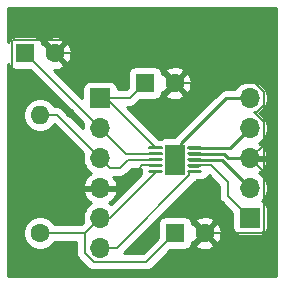
<source format=gbr>
%TF.GenerationSoftware,KiCad,Pcbnew,(5.1.10)-1*%
%TF.CreationDate,2021-09-09T15:03:09-05:00*%
%TF.ProjectId,BoostRegulatorBreakoutPCB,426f6f73-7452-4656-9775-6c61746f7242,00*%
%TF.SameCoordinates,Original*%
%TF.FileFunction,Copper,L1,Top*%
%TF.FilePolarity,Positive*%
%FSLAX46Y46*%
G04 Gerber Fmt 4.6, Leading zero omitted, Abs format (unit mm)*
G04 Created by KiCad (PCBNEW (5.1.10)-1) date 2021-09-09 15:03:09*
%MOMM*%
%LPD*%
G01*
G04 APERTURE LIST*
%TA.AperFunction,SMDPad,CuDef*%
%ADD10R,1.700000X2.500000*%
%TD*%
%TA.AperFunction,ComponentPad*%
%ADD11O,1.600000X1.600000*%
%TD*%
%TA.AperFunction,ComponentPad*%
%ADD12C,1.600000*%
%TD*%
%TA.AperFunction,ComponentPad*%
%ADD13R,1.600000X1.600000*%
%TD*%
%TA.AperFunction,ComponentPad*%
%ADD14O,1.700000X1.700000*%
%TD*%
%TA.AperFunction,ComponentPad*%
%ADD15R,1.700000X1.700000*%
%TD*%
%TA.AperFunction,ViaPad*%
%ADD16C,0.800000*%
%TD*%
%TA.AperFunction,Conductor*%
%ADD17C,0.200000*%
%TD*%
%TA.AperFunction,Conductor*%
%ADD18C,0.250000*%
%TD*%
%TA.AperFunction,Conductor*%
%ADD19C,0.254000*%
%TD*%
%TA.AperFunction,Conductor*%
%ADD20C,0.100000*%
%TD*%
G04 APERTURE END LIST*
D10*
%TO.P,U1,11*%
%TO.N,Net-(J2-Pad5)*%
X144780000Y-119507000D03*
%TO.P,U1,10*%
%TO.N,Net-(J2-Pad4)*%
%TA.AperFunction,SMDPad,CuDef*%
G36*
G01*
X145830000Y-118569500D02*
X145830000Y-118444500D01*
G75*
G02*
X145892500Y-118382000I62500J0D01*
G01*
X146967500Y-118382000D01*
G75*
G02*
X147030000Y-118444500I0J-62500D01*
G01*
X147030000Y-118569500D01*
G75*
G02*
X146967500Y-118632000I-62500J0D01*
G01*
X145892500Y-118632000D01*
G75*
G02*
X145830000Y-118569500I0J62500D01*
G01*
G37*
%TD.AperFunction*%
%TO.P,U1,9*%
%TO.N,GND*%
%TA.AperFunction,SMDPad,CuDef*%
G36*
G01*
X145830000Y-119069500D02*
X145830000Y-118944500D01*
G75*
G02*
X145892500Y-118882000I62500J0D01*
G01*
X146967500Y-118882000D01*
G75*
G02*
X147030000Y-118944500I0J-62500D01*
G01*
X147030000Y-119069500D01*
G75*
G02*
X146967500Y-119132000I-62500J0D01*
G01*
X145892500Y-119132000D01*
G75*
G02*
X145830000Y-119069500I0J62500D01*
G01*
G37*
%TD.AperFunction*%
%TO.P,U1,8*%
%TO.N,Net-(J2-Pad2)*%
%TA.AperFunction,SMDPad,CuDef*%
G36*
G01*
X145830000Y-119569500D02*
X145830000Y-119444500D01*
G75*
G02*
X145892500Y-119382000I62500J0D01*
G01*
X146967500Y-119382000D01*
G75*
G02*
X147030000Y-119444500I0J-62500D01*
G01*
X147030000Y-119569500D01*
G75*
G02*
X146967500Y-119632000I-62500J0D01*
G01*
X145892500Y-119632000D01*
G75*
G02*
X145830000Y-119569500I0J62500D01*
G01*
G37*
%TD.AperFunction*%
%TO.P,U1,7*%
%TO.N,Net-(J2-Pad1)*%
%TA.AperFunction,SMDPad,CuDef*%
G36*
G01*
X145830000Y-120069500D02*
X145830000Y-119944500D01*
G75*
G02*
X145892500Y-119882000I62500J0D01*
G01*
X146967500Y-119882000D01*
G75*
G02*
X147030000Y-119944500I0J-62500D01*
G01*
X147030000Y-120069500D01*
G75*
G02*
X146967500Y-120132000I-62500J0D01*
G01*
X145892500Y-120132000D01*
G75*
G02*
X145830000Y-120069500I0J62500D01*
G01*
G37*
%TD.AperFunction*%
%TO.P,U1,6*%
%TO.N,Net-(J1-Pad6)*%
%TA.AperFunction,SMDPad,CuDef*%
G36*
G01*
X145830000Y-120569500D02*
X145830000Y-120444500D01*
G75*
G02*
X145892500Y-120382000I62500J0D01*
G01*
X146967500Y-120382000D01*
G75*
G02*
X147030000Y-120444500I0J-62500D01*
G01*
X147030000Y-120569500D01*
G75*
G02*
X146967500Y-120632000I-62500J0D01*
G01*
X145892500Y-120632000D01*
G75*
G02*
X145830000Y-120569500I0J62500D01*
G01*
G37*
%TD.AperFunction*%
%TO.P,U1,5*%
%TO.N,Net-(C1-Pad1)*%
%TA.AperFunction,SMDPad,CuDef*%
G36*
G01*
X142530000Y-120569500D02*
X142530000Y-120444500D01*
G75*
G02*
X142592500Y-120382000I62500J0D01*
G01*
X143667500Y-120382000D01*
G75*
G02*
X143730000Y-120444500I0J-62500D01*
G01*
X143730000Y-120569500D01*
G75*
G02*
X143667500Y-120632000I-62500J0D01*
G01*
X142592500Y-120632000D01*
G75*
G02*
X142530000Y-120569500I0J62500D01*
G01*
G37*
%TD.AperFunction*%
%TO.P,U1,4*%
%TO.N,GND*%
%TA.AperFunction,SMDPad,CuDef*%
G36*
G01*
X142530000Y-120069500D02*
X142530000Y-119944500D01*
G75*
G02*
X142592500Y-119882000I62500J0D01*
G01*
X143667500Y-119882000D01*
G75*
G02*
X143730000Y-119944500I0J-62500D01*
G01*
X143730000Y-120069500D01*
G75*
G02*
X143667500Y-120132000I-62500J0D01*
G01*
X142592500Y-120132000D01*
G75*
G02*
X142530000Y-120069500I0J62500D01*
G01*
G37*
%TD.AperFunction*%
%TO.P,U1,3*%
%TO.N,Net-(J1-Pad3)*%
%TA.AperFunction,SMDPad,CuDef*%
G36*
G01*
X142530000Y-119569500D02*
X142530000Y-119444500D01*
G75*
G02*
X142592500Y-119382000I62500J0D01*
G01*
X143667500Y-119382000D01*
G75*
G02*
X143730000Y-119444500I0J-62500D01*
G01*
X143730000Y-119569500D01*
G75*
G02*
X143667500Y-119632000I-62500J0D01*
G01*
X142592500Y-119632000D01*
G75*
G02*
X142530000Y-119569500I0J62500D01*
G01*
G37*
%TD.AperFunction*%
%TO.P,U1,2*%
%TO.N,Net-(C3-Pad1)*%
%TA.AperFunction,SMDPad,CuDef*%
G36*
G01*
X142530000Y-119069500D02*
X142530000Y-118944500D01*
G75*
G02*
X142592500Y-118882000I62500J0D01*
G01*
X143667500Y-118882000D01*
G75*
G02*
X143730000Y-118944500I0J-62500D01*
G01*
X143730000Y-119069500D01*
G75*
G02*
X143667500Y-119132000I-62500J0D01*
G01*
X142592500Y-119132000D01*
G75*
G02*
X142530000Y-119069500I0J62500D01*
G01*
G37*
%TD.AperFunction*%
%TO.P,U1,1*%
%TO.N,Net-(C2-Pad1)*%
%TA.AperFunction,SMDPad,CuDef*%
G36*
G01*
X142530000Y-118569500D02*
X142530000Y-118444500D01*
G75*
G02*
X142592500Y-118382000I62500J0D01*
G01*
X143667500Y-118382000D01*
G75*
G02*
X143730000Y-118444500I0J-62500D01*
G01*
X143730000Y-118569500D01*
G75*
G02*
X143667500Y-118632000I-62500J0D01*
G01*
X142592500Y-118632000D01*
G75*
G02*
X142530000Y-118569500I0J62500D01*
G01*
G37*
%TD.AperFunction*%
%TD*%
D11*
%TO.P,L1,2*%
%TO.N,Net-(J1-Pad3)*%
X133350000Y-115730000D03*
D12*
%TO.P,L1,1*%
%TO.N,Net-(C1-Pad1)*%
X133350000Y-125730000D03*
%TD*%
%TO.P,C3,2*%
%TO.N,GND*%
X134580000Y-110490000D03*
D13*
%TO.P,C3,1*%
%TO.N,Net-(C3-Pad1)*%
X132080000Y-110490000D03*
%TD*%
D12*
%TO.P,C2,2*%
%TO.N,GND*%
X144740000Y-113030000D03*
D13*
%TO.P,C2,1*%
%TO.N,Net-(C2-Pad1)*%
X142240000Y-113030000D03*
%TD*%
D12*
%TO.P,C1,2*%
%TO.N,GND*%
X147280000Y-125730000D03*
D13*
%TO.P,C1,1*%
%TO.N,Net-(C1-Pad1)*%
X144780000Y-125730000D03*
%TD*%
D14*
%TO.P,J1,6*%
%TO.N,Net-(J1-Pad6)*%
X138430000Y-127000000D03*
%TO.P,J1,5*%
%TO.N,Net-(C1-Pad1)*%
X138430000Y-124460000D03*
%TO.P,J1,4*%
%TO.N,GND*%
X138430000Y-121920000D03*
%TO.P,J1,3*%
%TO.N,Net-(J1-Pad3)*%
X138430000Y-119380000D03*
%TO.P,J1,2*%
%TO.N,Net-(C3-Pad1)*%
X138430000Y-116840000D03*
D15*
%TO.P,J1,1*%
%TO.N,Net-(C2-Pad1)*%
X138430000Y-114300000D03*
%TD*%
D14*
%TO.P,J2,5*%
%TO.N,Net-(J2-Pad5)*%
X151130000Y-114300000D03*
%TO.P,J2,4*%
%TO.N,Net-(J2-Pad4)*%
X151130000Y-116840000D03*
%TO.P,J2,3*%
%TO.N,GND*%
X151130000Y-119380000D03*
%TO.P,J2,2*%
%TO.N,Net-(J2-Pad2)*%
X151130000Y-121920000D03*
D15*
%TO.P,J2,1*%
%TO.N,Net-(J2-Pad1)*%
X151130000Y-124460000D03*
%TD*%
D16*
%TO.N,GND*%
X149000000Y-109000000D03*
X144610001Y-109389999D03*
X138510000Y-110490000D03*
X134000000Y-120000000D03*
X132000000Y-128000000D03*
X152000000Y-128000000D03*
X147000000Y-114000000D03*
X152000000Y-109000000D03*
X139000000Y-108000000D03*
X143000000Y-116000000D03*
X147000000Y-122000000D03*
X142000000Y-127000000D03*
X136000000Y-123000000D03*
X141000000Y-121000000D03*
X132000000Y-124000000D03*
X151000000Y-111000000D03*
X135890000Y-115570000D03*
%TD*%
D17*
%TO.N,Net-(J1-Pad6)*%
X145990000Y-120850000D02*
X145990000Y-120530000D01*
X139840000Y-127000000D02*
X145990000Y-120850000D01*
X138430000Y-127000000D02*
X139840000Y-127000000D01*
%TO.N,Net-(J1-Pad3)*%
X140120001Y-120229999D02*
X140820000Y-119530000D01*
X139279999Y-120229999D02*
X140120001Y-120229999D01*
X140820000Y-119530000D02*
X143190000Y-119530000D01*
X138430000Y-119380000D02*
X139279999Y-120229999D01*
X134780000Y-115730000D02*
X138430000Y-119380000D01*
X133350000Y-115730000D02*
X134780000Y-115730000D01*
D18*
%TO.N,Net-(J2-Pad2)*%
X148739980Y-119529980D02*
X145990000Y-119529980D01*
X151130000Y-121920000D02*
X148739980Y-119529980D01*
%TO.N,Net-(J2-Pad1)*%
X146699990Y-120029990D02*
X145990000Y-120029990D01*
D17*
X146430000Y-120007000D02*
X147820000Y-120007000D01*
X147820000Y-120007000D02*
X149225000Y-121412000D01*
X149225000Y-122555000D02*
X151130000Y-124460000D01*
X149225000Y-121412000D02*
X149225000Y-122555000D01*
D18*
%TO.N,Net-(J2-Pad5)*%
X145314999Y-118602999D02*
X144590000Y-119327998D01*
X145314999Y-118109999D02*
X145314999Y-118602999D01*
X144590000Y-119327998D02*
X144590000Y-119530000D01*
X149124998Y-114300000D02*
X145314999Y-118109999D01*
X151130000Y-114300000D02*
X149124998Y-114300000D01*
%TO.N,Net-(J2-Pad4)*%
X149440040Y-118529960D02*
X145990000Y-118529960D01*
X151130000Y-116840000D02*
X149440040Y-118529960D01*
D17*
%TO.N,GND*%
X142729998Y-120030000D02*
X143190000Y-120030000D01*
X138430000Y-121920000D02*
X140839998Y-121920000D01*
D18*
X148947090Y-119029970D02*
X145990000Y-119029970D01*
X149297120Y-119380000D02*
X148947090Y-119029970D01*
X151130000Y-119380000D02*
X149297120Y-119380000D01*
D17*
X142200000Y-110490000D02*
X144740000Y-113030000D01*
X134580000Y-110490000D02*
X138510000Y-110490000D01*
X151442003Y-115450001D02*
X152280001Y-116287999D01*
X151682001Y-115450001D02*
X151442003Y-115450001D01*
X152280001Y-116287999D02*
X152280001Y-118229999D01*
X152280001Y-113747999D02*
X152280001Y-114852001D01*
X152280001Y-114852001D02*
X151682001Y-115450001D01*
X151562002Y-113030000D02*
X152280001Y-113747999D01*
X152280001Y-118229999D02*
X151130000Y-119380000D01*
X144740000Y-113030000D02*
X151562002Y-113030000D01*
X152280001Y-125550001D02*
X152280001Y-120530001D01*
X152280001Y-120530001D02*
X151130000Y-119380000D01*
X137227919Y-121920000D02*
X138430000Y-121920000D01*
X130979999Y-115672080D02*
X137227919Y-121920000D01*
X130979999Y-109449999D02*
X130979999Y-115672080D01*
X131039999Y-109389999D02*
X130979999Y-109449999D01*
X147922001Y-109389999D02*
X144610001Y-109389999D01*
X152280001Y-113747999D02*
X147922001Y-109389999D01*
X152280001Y-125550001D02*
X152280001Y-113747999D01*
X152100002Y-125730000D02*
X152280001Y-125550001D01*
X147280000Y-125730000D02*
X152100002Y-125730000D01*
X144610001Y-109389999D02*
X131039999Y-109389999D01*
X138510000Y-110490000D02*
X142200000Y-110490000D01*
X141605000Y-120396000D02*
X141605000Y-120650000D01*
X143130000Y-120007000D02*
X141994000Y-120007000D01*
X141994000Y-120007000D02*
X141605000Y-120396000D01*
%TO.N,Net-(C1-Pad1)*%
X139260000Y-124460000D02*
X143190000Y-120530000D01*
X138430000Y-124460000D02*
X139260000Y-124460000D01*
X137160000Y-125730000D02*
X138430000Y-124460000D01*
X133350000Y-125730000D02*
X137160000Y-125730000D01*
X137160000Y-127432002D02*
X137160000Y-125730000D01*
X137877999Y-128150001D02*
X137160000Y-127432002D01*
X142359999Y-128150001D02*
X137877999Y-128150001D01*
X144780000Y-125730000D02*
X142359999Y-128150001D01*
%TO.N,Net-(C2-Pad1)*%
X138960000Y-114300000D02*
X143190000Y-118530000D01*
X138430000Y-114300000D02*
X138960000Y-114300000D01*
X140970000Y-114300000D02*
X142240000Y-113030000D01*
X138430000Y-114300000D02*
X140970000Y-114300000D01*
%TO.N,Net-(C3-Pad1)*%
X140620000Y-119030000D02*
X143190000Y-119030000D01*
X138430000Y-116840000D02*
X140620000Y-119030000D01*
X132080000Y-110490000D02*
X138430000Y-116840000D01*
%TD*%
D19*
%TO.N,GND*%
X153340000Y-108032418D02*
X153340001Y-108032428D01*
X153340000Y-129340000D01*
X130660000Y-129340000D01*
X130660000Y-111433642D01*
X130690498Y-111534180D01*
X130749463Y-111644494D01*
X130828815Y-111741185D01*
X130925506Y-111820537D01*
X131035820Y-111879502D01*
X131155518Y-111915812D01*
X131280000Y-111928072D01*
X132478626Y-111928072D01*
X136994656Y-116444103D01*
X136945000Y-116693740D01*
X136945000Y-116855554D01*
X135325259Y-115235813D01*
X135302238Y-115207762D01*
X135190320Y-115115913D01*
X135062633Y-115047663D01*
X134924085Y-115005635D01*
X134816105Y-114995000D01*
X134780000Y-114991444D01*
X134743895Y-114995000D01*
X134584748Y-114995000D01*
X134464637Y-114815241D01*
X134264759Y-114615363D01*
X134029727Y-114458320D01*
X133768574Y-114350147D01*
X133491335Y-114295000D01*
X133208665Y-114295000D01*
X132931426Y-114350147D01*
X132670273Y-114458320D01*
X132435241Y-114615363D01*
X132235363Y-114815241D01*
X132078320Y-115050273D01*
X131970147Y-115311426D01*
X131915000Y-115588665D01*
X131915000Y-115871335D01*
X131970147Y-116148574D01*
X132078320Y-116409727D01*
X132235363Y-116644759D01*
X132435241Y-116844637D01*
X132670273Y-117001680D01*
X132931426Y-117109853D01*
X133208665Y-117165000D01*
X133491335Y-117165000D01*
X133768574Y-117109853D01*
X134029727Y-117001680D01*
X134264759Y-116844637D01*
X134464637Y-116644759D01*
X134541011Y-116530457D01*
X136994656Y-118984103D01*
X136945000Y-119233740D01*
X136945000Y-119526260D01*
X137002068Y-119813158D01*
X137114010Y-120083411D01*
X137276525Y-120326632D01*
X137483368Y-120533475D01*
X137665534Y-120655195D01*
X137548645Y-120724822D01*
X137332412Y-120919731D01*
X137158359Y-121153080D01*
X137033175Y-121415901D01*
X136988524Y-121563110D01*
X137109845Y-121793000D01*
X138303000Y-121793000D01*
X138303000Y-121773000D01*
X138557000Y-121773000D01*
X138557000Y-121793000D01*
X139750155Y-121793000D01*
X139871476Y-121563110D01*
X139826825Y-121415901D01*
X139701641Y-121153080D01*
X139561353Y-120964999D01*
X140083896Y-120964999D01*
X140120001Y-120968555D01*
X140156106Y-120964999D01*
X140264086Y-120954364D01*
X140402634Y-120912336D01*
X140530321Y-120844086D01*
X140642239Y-120752237D01*
X140665259Y-120724187D01*
X141124447Y-120265000D01*
X141906247Y-120265000D01*
X141906583Y-120267969D01*
X141912207Y-120285350D01*
X141905389Y-120307825D01*
X141891928Y-120444500D01*
X141891928Y-120569500D01*
X141905389Y-120706175D01*
X141921446Y-120759107D01*
X139375072Y-123305482D01*
X139194466Y-123184805D01*
X139311355Y-123115178D01*
X139527588Y-122920269D01*
X139701641Y-122686920D01*
X139826825Y-122424099D01*
X139871476Y-122276890D01*
X139750155Y-122047000D01*
X138557000Y-122047000D01*
X138557000Y-122067000D01*
X138303000Y-122067000D01*
X138303000Y-122047000D01*
X137109845Y-122047000D01*
X136988524Y-122276890D01*
X137033175Y-122424099D01*
X137158359Y-122686920D01*
X137332412Y-122920269D01*
X137548645Y-123115178D01*
X137665534Y-123184805D01*
X137483368Y-123306525D01*
X137276525Y-123513368D01*
X137114010Y-123756589D01*
X137002068Y-124026842D01*
X136945000Y-124313740D01*
X136945000Y-124606260D01*
X136994656Y-124855897D01*
X136855554Y-124995000D01*
X134584748Y-124995000D01*
X134464637Y-124815241D01*
X134264759Y-124615363D01*
X134029727Y-124458320D01*
X133768574Y-124350147D01*
X133491335Y-124295000D01*
X133208665Y-124295000D01*
X132931426Y-124350147D01*
X132670273Y-124458320D01*
X132435241Y-124615363D01*
X132235363Y-124815241D01*
X132078320Y-125050273D01*
X131970147Y-125311426D01*
X131915000Y-125588665D01*
X131915000Y-125871335D01*
X131970147Y-126148574D01*
X132078320Y-126409727D01*
X132235363Y-126644759D01*
X132435241Y-126844637D01*
X132670273Y-127001680D01*
X132931426Y-127109853D01*
X133208665Y-127165000D01*
X133491335Y-127165000D01*
X133768574Y-127109853D01*
X134029727Y-127001680D01*
X134264759Y-126844637D01*
X134464637Y-126644759D01*
X134584748Y-126465000D01*
X136425001Y-126465000D01*
X136425000Y-127395897D01*
X136421444Y-127432002D01*
X136425000Y-127468106D01*
X136435635Y-127576086D01*
X136477663Y-127714634D01*
X136545913Y-127842321D01*
X136637762Y-127954239D01*
X136665808Y-127977256D01*
X137332745Y-128644194D01*
X137355761Y-128672239D01*
X137467679Y-128764088D01*
X137595366Y-128832338D01*
X137733914Y-128874366D01*
X137877999Y-128888557D01*
X137914104Y-128885001D01*
X142323894Y-128885001D01*
X142359999Y-128888557D01*
X142396104Y-128885001D01*
X142504084Y-128874366D01*
X142642632Y-128832338D01*
X142770319Y-128764088D01*
X142882237Y-128672239D01*
X142905258Y-128644189D01*
X144381375Y-127168072D01*
X145580000Y-127168072D01*
X145704482Y-127155812D01*
X145824180Y-127119502D01*
X145934494Y-127060537D01*
X146031185Y-126981185D01*
X146110537Y-126884494D01*
X146169502Y-126774180D01*
X146185117Y-126722702D01*
X146466903Y-126722702D01*
X146538486Y-126966671D01*
X146793996Y-127087571D01*
X147068184Y-127156300D01*
X147350512Y-127170217D01*
X147630130Y-127128787D01*
X147896292Y-127033603D01*
X148021514Y-126966671D01*
X148093097Y-126722702D01*
X147280000Y-125909605D01*
X146466903Y-126722702D01*
X146185117Y-126722702D01*
X146205812Y-126654482D01*
X146218072Y-126530000D01*
X146218072Y-126522785D01*
X146287298Y-126543097D01*
X147100395Y-125730000D01*
X147459605Y-125730000D01*
X148272702Y-126543097D01*
X148516671Y-126471514D01*
X148637571Y-126216004D01*
X148706300Y-125941816D01*
X148720217Y-125659488D01*
X148678787Y-125379870D01*
X148583603Y-125113708D01*
X148516671Y-124988486D01*
X148272702Y-124916903D01*
X147459605Y-125730000D01*
X147100395Y-125730000D01*
X146287298Y-124916903D01*
X146218072Y-124937215D01*
X146218072Y-124930000D01*
X146205812Y-124805518D01*
X146185118Y-124737298D01*
X146466903Y-124737298D01*
X147280000Y-125550395D01*
X148093097Y-124737298D01*
X148021514Y-124493329D01*
X147766004Y-124372429D01*
X147491816Y-124303700D01*
X147209488Y-124289783D01*
X146929870Y-124331213D01*
X146663708Y-124426397D01*
X146538486Y-124493329D01*
X146466903Y-124737298D01*
X146185118Y-124737298D01*
X146169502Y-124685820D01*
X146110537Y-124575506D01*
X146031185Y-124478815D01*
X145934494Y-124399463D01*
X145824180Y-124340498D01*
X145704482Y-124304188D01*
X145580000Y-124291928D01*
X143980000Y-124291928D01*
X143855518Y-124304188D01*
X143735820Y-124340498D01*
X143625506Y-124399463D01*
X143528815Y-124478815D01*
X143449463Y-124575506D01*
X143390498Y-124685820D01*
X143354188Y-124805518D01*
X143341928Y-124930000D01*
X143341928Y-126128625D01*
X142055553Y-127415001D01*
X140464445Y-127415001D01*
X146484198Y-121395249D01*
X146512237Y-121372238D01*
X146535250Y-121344197D01*
X146535253Y-121344194D01*
X146596084Y-121270072D01*
X146967500Y-121270072D01*
X147104175Y-121256611D01*
X147235597Y-121216744D01*
X147356717Y-121152004D01*
X147462879Y-121064879D01*
X147550004Y-120958717D01*
X147613492Y-120839939D01*
X148490000Y-121716447D01*
X148490001Y-122518885D01*
X148486444Y-122555000D01*
X148500635Y-122699085D01*
X148542664Y-122837633D01*
X148610914Y-122965320D01*
X148702763Y-123077238D01*
X148730808Y-123100254D01*
X149641928Y-124011374D01*
X149641928Y-125310000D01*
X149654188Y-125434482D01*
X149690498Y-125554180D01*
X149749463Y-125664494D01*
X149828815Y-125761185D01*
X149925506Y-125840537D01*
X150035820Y-125899502D01*
X150155518Y-125935812D01*
X150280000Y-125948072D01*
X151980000Y-125948072D01*
X152104482Y-125935812D01*
X152224180Y-125899502D01*
X152334494Y-125840537D01*
X152431185Y-125761185D01*
X152510537Y-125664494D01*
X152569502Y-125554180D01*
X152605812Y-125434482D01*
X152618072Y-125310000D01*
X152618072Y-123610000D01*
X152605812Y-123485518D01*
X152569502Y-123365820D01*
X152510537Y-123255506D01*
X152431185Y-123158815D01*
X152334494Y-123079463D01*
X152224180Y-123020498D01*
X152151620Y-122998487D01*
X152283475Y-122866632D01*
X152445990Y-122623411D01*
X152557932Y-122353158D01*
X152615000Y-122066260D01*
X152615000Y-121773740D01*
X152557932Y-121486842D01*
X152445990Y-121216589D01*
X152283475Y-120973368D01*
X152076632Y-120766525D01*
X151894466Y-120644805D01*
X152011355Y-120575178D01*
X152227588Y-120380269D01*
X152401641Y-120146920D01*
X152526825Y-119884099D01*
X152571476Y-119736890D01*
X152450155Y-119507000D01*
X151257000Y-119507000D01*
X151257000Y-119527000D01*
X151003000Y-119527000D01*
X151003000Y-119507000D01*
X150983000Y-119507000D01*
X150983000Y-119253000D01*
X151003000Y-119253000D01*
X151003000Y-119233000D01*
X151257000Y-119233000D01*
X151257000Y-119253000D01*
X152450155Y-119253000D01*
X152571476Y-119023110D01*
X152526825Y-118875901D01*
X152401641Y-118613080D01*
X152227588Y-118379731D01*
X152011355Y-118184822D01*
X151894466Y-118115195D01*
X152076632Y-117993475D01*
X152283475Y-117786632D01*
X152445990Y-117543411D01*
X152557932Y-117273158D01*
X152615000Y-116986260D01*
X152615000Y-116693740D01*
X152557932Y-116406842D01*
X152445990Y-116136589D01*
X152283475Y-115893368D01*
X152076632Y-115686525D01*
X151902240Y-115570000D01*
X152076632Y-115453475D01*
X152283475Y-115246632D01*
X152445990Y-115003411D01*
X152557932Y-114733158D01*
X152615000Y-114446260D01*
X152615000Y-114153740D01*
X152557932Y-113866842D01*
X152445990Y-113596589D01*
X152283475Y-113353368D01*
X152076632Y-113146525D01*
X151833411Y-112984010D01*
X151563158Y-112872068D01*
X151276260Y-112815000D01*
X150983740Y-112815000D01*
X150696842Y-112872068D01*
X150426589Y-112984010D01*
X150183368Y-113146525D01*
X149976525Y-113353368D01*
X149851822Y-113540000D01*
X149162320Y-113540000D01*
X149124997Y-113536324D01*
X149087674Y-113540000D01*
X149087665Y-113540000D01*
X148976012Y-113550997D01*
X148832751Y-113594454D01*
X148700722Y-113665026D01*
X148584997Y-113759999D01*
X148561199Y-113788997D01*
X144804002Y-117546195D01*
X144774998Y-117569998D01*
X144734843Y-117618928D01*
X143930000Y-117618928D01*
X143805518Y-117631188D01*
X143685820Y-117667498D01*
X143575506Y-117726463D01*
X143554225Y-117743928D01*
X143443375Y-117743928D01*
X140734446Y-115035000D01*
X140933895Y-115035000D01*
X140970000Y-115038556D01*
X141006105Y-115035000D01*
X141114085Y-115024365D01*
X141252633Y-114982337D01*
X141380320Y-114914087D01*
X141492238Y-114822238D01*
X141515258Y-114794188D01*
X141841374Y-114468072D01*
X143040000Y-114468072D01*
X143164482Y-114455812D01*
X143284180Y-114419502D01*
X143394494Y-114360537D01*
X143491185Y-114281185D01*
X143570537Y-114184494D01*
X143629502Y-114074180D01*
X143645117Y-114022702D01*
X143926903Y-114022702D01*
X143998486Y-114266671D01*
X144253996Y-114387571D01*
X144528184Y-114456300D01*
X144810512Y-114470217D01*
X145090130Y-114428787D01*
X145356292Y-114333603D01*
X145481514Y-114266671D01*
X145553097Y-114022702D01*
X144740000Y-113209605D01*
X143926903Y-114022702D01*
X143645117Y-114022702D01*
X143665812Y-113954482D01*
X143678072Y-113830000D01*
X143678072Y-113822785D01*
X143747298Y-113843097D01*
X144560395Y-113030000D01*
X144919605Y-113030000D01*
X145732702Y-113843097D01*
X145976671Y-113771514D01*
X146097571Y-113516004D01*
X146166300Y-113241816D01*
X146180217Y-112959488D01*
X146138787Y-112679870D01*
X146043603Y-112413708D01*
X145976671Y-112288486D01*
X145732702Y-112216903D01*
X144919605Y-113030000D01*
X144560395Y-113030000D01*
X143747298Y-112216903D01*
X143678072Y-112237215D01*
X143678072Y-112230000D01*
X143665812Y-112105518D01*
X143645118Y-112037298D01*
X143926903Y-112037298D01*
X144740000Y-112850395D01*
X145553097Y-112037298D01*
X145481514Y-111793329D01*
X145226004Y-111672429D01*
X144951816Y-111603700D01*
X144669488Y-111589783D01*
X144389870Y-111631213D01*
X144123708Y-111726397D01*
X143998486Y-111793329D01*
X143926903Y-112037298D01*
X143645118Y-112037298D01*
X143629502Y-111985820D01*
X143570537Y-111875506D01*
X143491185Y-111778815D01*
X143394494Y-111699463D01*
X143284180Y-111640498D01*
X143164482Y-111604188D01*
X143040000Y-111591928D01*
X141440000Y-111591928D01*
X141315518Y-111604188D01*
X141195820Y-111640498D01*
X141085506Y-111699463D01*
X140988815Y-111778815D01*
X140909463Y-111875506D01*
X140850498Y-111985820D01*
X140814188Y-112105518D01*
X140801928Y-112230000D01*
X140801928Y-113428626D01*
X140665554Y-113565000D01*
X139918072Y-113565000D01*
X139918072Y-113450000D01*
X139905812Y-113325518D01*
X139869502Y-113205820D01*
X139810537Y-113095506D01*
X139731185Y-112998815D01*
X139634494Y-112919463D01*
X139524180Y-112860498D01*
X139404482Y-112824188D01*
X139280000Y-112811928D01*
X137580000Y-112811928D01*
X137455518Y-112824188D01*
X137335820Y-112860498D01*
X137225506Y-112919463D01*
X137128815Y-112998815D01*
X137049463Y-113095506D01*
X136990498Y-113205820D01*
X136954188Y-113325518D01*
X136941928Y-113450000D01*
X136941928Y-114312481D01*
X134554953Y-111925507D01*
X134650512Y-111930217D01*
X134930130Y-111888787D01*
X135196292Y-111793603D01*
X135321514Y-111726671D01*
X135393097Y-111482702D01*
X134580000Y-110669605D01*
X134565858Y-110683748D01*
X134386253Y-110504143D01*
X134400395Y-110490000D01*
X134759605Y-110490000D01*
X135572702Y-111303097D01*
X135816671Y-111231514D01*
X135937571Y-110976004D01*
X136006300Y-110701816D01*
X136020217Y-110419488D01*
X135978787Y-110139870D01*
X135883603Y-109873708D01*
X135816671Y-109748486D01*
X135572702Y-109676903D01*
X134759605Y-110490000D01*
X134400395Y-110490000D01*
X133587298Y-109676903D01*
X133518072Y-109697215D01*
X133518072Y-109690000D01*
X133505812Y-109565518D01*
X133485118Y-109497298D01*
X133766903Y-109497298D01*
X134580000Y-110310395D01*
X135393097Y-109497298D01*
X135321514Y-109253329D01*
X135066004Y-109132429D01*
X134791816Y-109063700D01*
X134509488Y-109049783D01*
X134229870Y-109091213D01*
X133963708Y-109186397D01*
X133838486Y-109253329D01*
X133766903Y-109497298D01*
X133485118Y-109497298D01*
X133469502Y-109445820D01*
X133410537Y-109335506D01*
X133331185Y-109238815D01*
X133234494Y-109159463D01*
X133124180Y-109100498D01*
X133004482Y-109064188D01*
X132880000Y-109051928D01*
X131280000Y-109051928D01*
X131155518Y-109064188D01*
X131035820Y-109100498D01*
X130925506Y-109159463D01*
X130828815Y-109238815D01*
X130749463Y-109335506D01*
X130690498Y-109445820D01*
X130660000Y-109546358D01*
X130660000Y-106660000D01*
X153340001Y-106660000D01*
X153340000Y-108032418D01*
%TA.AperFunction,Conductor*%
D20*
G36*
X153340000Y-108032418D02*
G01*
X153340001Y-108032428D01*
X153340000Y-129340000D01*
X130660000Y-129340000D01*
X130660000Y-111433642D01*
X130690498Y-111534180D01*
X130749463Y-111644494D01*
X130828815Y-111741185D01*
X130925506Y-111820537D01*
X131035820Y-111879502D01*
X131155518Y-111915812D01*
X131280000Y-111928072D01*
X132478626Y-111928072D01*
X136994656Y-116444103D01*
X136945000Y-116693740D01*
X136945000Y-116855554D01*
X135325259Y-115235813D01*
X135302238Y-115207762D01*
X135190320Y-115115913D01*
X135062633Y-115047663D01*
X134924085Y-115005635D01*
X134816105Y-114995000D01*
X134780000Y-114991444D01*
X134743895Y-114995000D01*
X134584748Y-114995000D01*
X134464637Y-114815241D01*
X134264759Y-114615363D01*
X134029727Y-114458320D01*
X133768574Y-114350147D01*
X133491335Y-114295000D01*
X133208665Y-114295000D01*
X132931426Y-114350147D01*
X132670273Y-114458320D01*
X132435241Y-114615363D01*
X132235363Y-114815241D01*
X132078320Y-115050273D01*
X131970147Y-115311426D01*
X131915000Y-115588665D01*
X131915000Y-115871335D01*
X131970147Y-116148574D01*
X132078320Y-116409727D01*
X132235363Y-116644759D01*
X132435241Y-116844637D01*
X132670273Y-117001680D01*
X132931426Y-117109853D01*
X133208665Y-117165000D01*
X133491335Y-117165000D01*
X133768574Y-117109853D01*
X134029727Y-117001680D01*
X134264759Y-116844637D01*
X134464637Y-116644759D01*
X134541011Y-116530457D01*
X136994656Y-118984103D01*
X136945000Y-119233740D01*
X136945000Y-119526260D01*
X137002068Y-119813158D01*
X137114010Y-120083411D01*
X137276525Y-120326632D01*
X137483368Y-120533475D01*
X137665534Y-120655195D01*
X137548645Y-120724822D01*
X137332412Y-120919731D01*
X137158359Y-121153080D01*
X137033175Y-121415901D01*
X136988524Y-121563110D01*
X137109845Y-121793000D01*
X138303000Y-121793000D01*
X138303000Y-121773000D01*
X138557000Y-121773000D01*
X138557000Y-121793000D01*
X139750155Y-121793000D01*
X139871476Y-121563110D01*
X139826825Y-121415901D01*
X139701641Y-121153080D01*
X139561353Y-120964999D01*
X140083896Y-120964999D01*
X140120001Y-120968555D01*
X140156106Y-120964999D01*
X140264086Y-120954364D01*
X140402634Y-120912336D01*
X140530321Y-120844086D01*
X140642239Y-120752237D01*
X140665259Y-120724187D01*
X141124447Y-120265000D01*
X141906247Y-120265000D01*
X141906583Y-120267969D01*
X141912207Y-120285350D01*
X141905389Y-120307825D01*
X141891928Y-120444500D01*
X141891928Y-120569500D01*
X141905389Y-120706175D01*
X141921446Y-120759107D01*
X139375072Y-123305482D01*
X139194466Y-123184805D01*
X139311355Y-123115178D01*
X139527588Y-122920269D01*
X139701641Y-122686920D01*
X139826825Y-122424099D01*
X139871476Y-122276890D01*
X139750155Y-122047000D01*
X138557000Y-122047000D01*
X138557000Y-122067000D01*
X138303000Y-122067000D01*
X138303000Y-122047000D01*
X137109845Y-122047000D01*
X136988524Y-122276890D01*
X137033175Y-122424099D01*
X137158359Y-122686920D01*
X137332412Y-122920269D01*
X137548645Y-123115178D01*
X137665534Y-123184805D01*
X137483368Y-123306525D01*
X137276525Y-123513368D01*
X137114010Y-123756589D01*
X137002068Y-124026842D01*
X136945000Y-124313740D01*
X136945000Y-124606260D01*
X136994656Y-124855897D01*
X136855554Y-124995000D01*
X134584748Y-124995000D01*
X134464637Y-124815241D01*
X134264759Y-124615363D01*
X134029727Y-124458320D01*
X133768574Y-124350147D01*
X133491335Y-124295000D01*
X133208665Y-124295000D01*
X132931426Y-124350147D01*
X132670273Y-124458320D01*
X132435241Y-124615363D01*
X132235363Y-124815241D01*
X132078320Y-125050273D01*
X131970147Y-125311426D01*
X131915000Y-125588665D01*
X131915000Y-125871335D01*
X131970147Y-126148574D01*
X132078320Y-126409727D01*
X132235363Y-126644759D01*
X132435241Y-126844637D01*
X132670273Y-127001680D01*
X132931426Y-127109853D01*
X133208665Y-127165000D01*
X133491335Y-127165000D01*
X133768574Y-127109853D01*
X134029727Y-127001680D01*
X134264759Y-126844637D01*
X134464637Y-126644759D01*
X134584748Y-126465000D01*
X136425001Y-126465000D01*
X136425000Y-127395897D01*
X136421444Y-127432002D01*
X136425000Y-127468106D01*
X136435635Y-127576086D01*
X136477663Y-127714634D01*
X136545913Y-127842321D01*
X136637762Y-127954239D01*
X136665808Y-127977256D01*
X137332745Y-128644194D01*
X137355761Y-128672239D01*
X137467679Y-128764088D01*
X137595366Y-128832338D01*
X137733914Y-128874366D01*
X137877999Y-128888557D01*
X137914104Y-128885001D01*
X142323894Y-128885001D01*
X142359999Y-128888557D01*
X142396104Y-128885001D01*
X142504084Y-128874366D01*
X142642632Y-128832338D01*
X142770319Y-128764088D01*
X142882237Y-128672239D01*
X142905258Y-128644189D01*
X144381375Y-127168072D01*
X145580000Y-127168072D01*
X145704482Y-127155812D01*
X145824180Y-127119502D01*
X145934494Y-127060537D01*
X146031185Y-126981185D01*
X146110537Y-126884494D01*
X146169502Y-126774180D01*
X146185117Y-126722702D01*
X146466903Y-126722702D01*
X146538486Y-126966671D01*
X146793996Y-127087571D01*
X147068184Y-127156300D01*
X147350512Y-127170217D01*
X147630130Y-127128787D01*
X147896292Y-127033603D01*
X148021514Y-126966671D01*
X148093097Y-126722702D01*
X147280000Y-125909605D01*
X146466903Y-126722702D01*
X146185117Y-126722702D01*
X146205812Y-126654482D01*
X146218072Y-126530000D01*
X146218072Y-126522785D01*
X146287298Y-126543097D01*
X147100395Y-125730000D01*
X147459605Y-125730000D01*
X148272702Y-126543097D01*
X148516671Y-126471514D01*
X148637571Y-126216004D01*
X148706300Y-125941816D01*
X148720217Y-125659488D01*
X148678787Y-125379870D01*
X148583603Y-125113708D01*
X148516671Y-124988486D01*
X148272702Y-124916903D01*
X147459605Y-125730000D01*
X147100395Y-125730000D01*
X146287298Y-124916903D01*
X146218072Y-124937215D01*
X146218072Y-124930000D01*
X146205812Y-124805518D01*
X146185118Y-124737298D01*
X146466903Y-124737298D01*
X147280000Y-125550395D01*
X148093097Y-124737298D01*
X148021514Y-124493329D01*
X147766004Y-124372429D01*
X147491816Y-124303700D01*
X147209488Y-124289783D01*
X146929870Y-124331213D01*
X146663708Y-124426397D01*
X146538486Y-124493329D01*
X146466903Y-124737298D01*
X146185118Y-124737298D01*
X146169502Y-124685820D01*
X146110537Y-124575506D01*
X146031185Y-124478815D01*
X145934494Y-124399463D01*
X145824180Y-124340498D01*
X145704482Y-124304188D01*
X145580000Y-124291928D01*
X143980000Y-124291928D01*
X143855518Y-124304188D01*
X143735820Y-124340498D01*
X143625506Y-124399463D01*
X143528815Y-124478815D01*
X143449463Y-124575506D01*
X143390498Y-124685820D01*
X143354188Y-124805518D01*
X143341928Y-124930000D01*
X143341928Y-126128625D01*
X142055553Y-127415001D01*
X140464445Y-127415001D01*
X146484198Y-121395249D01*
X146512237Y-121372238D01*
X146535250Y-121344197D01*
X146535253Y-121344194D01*
X146596084Y-121270072D01*
X146967500Y-121270072D01*
X147104175Y-121256611D01*
X147235597Y-121216744D01*
X147356717Y-121152004D01*
X147462879Y-121064879D01*
X147550004Y-120958717D01*
X147613492Y-120839939D01*
X148490000Y-121716447D01*
X148490001Y-122518885D01*
X148486444Y-122555000D01*
X148500635Y-122699085D01*
X148542664Y-122837633D01*
X148610914Y-122965320D01*
X148702763Y-123077238D01*
X148730808Y-123100254D01*
X149641928Y-124011374D01*
X149641928Y-125310000D01*
X149654188Y-125434482D01*
X149690498Y-125554180D01*
X149749463Y-125664494D01*
X149828815Y-125761185D01*
X149925506Y-125840537D01*
X150035820Y-125899502D01*
X150155518Y-125935812D01*
X150280000Y-125948072D01*
X151980000Y-125948072D01*
X152104482Y-125935812D01*
X152224180Y-125899502D01*
X152334494Y-125840537D01*
X152431185Y-125761185D01*
X152510537Y-125664494D01*
X152569502Y-125554180D01*
X152605812Y-125434482D01*
X152618072Y-125310000D01*
X152618072Y-123610000D01*
X152605812Y-123485518D01*
X152569502Y-123365820D01*
X152510537Y-123255506D01*
X152431185Y-123158815D01*
X152334494Y-123079463D01*
X152224180Y-123020498D01*
X152151620Y-122998487D01*
X152283475Y-122866632D01*
X152445990Y-122623411D01*
X152557932Y-122353158D01*
X152615000Y-122066260D01*
X152615000Y-121773740D01*
X152557932Y-121486842D01*
X152445990Y-121216589D01*
X152283475Y-120973368D01*
X152076632Y-120766525D01*
X151894466Y-120644805D01*
X152011355Y-120575178D01*
X152227588Y-120380269D01*
X152401641Y-120146920D01*
X152526825Y-119884099D01*
X152571476Y-119736890D01*
X152450155Y-119507000D01*
X151257000Y-119507000D01*
X151257000Y-119527000D01*
X151003000Y-119527000D01*
X151003000Y-119507000D01*
X150983000Y-119507000D01*
X150983000Y-119253000D01*
X151003000Y-119253000D01*
X151003000Y-119233000D01*
X151257000Y-119233000D01*
X151257000Y-119253000D01*
X152450155Y-119253000D01*
X152571476Y-119023110D01*
X152526825Y-118875901D01*
X152401641Y-118613080D01*
X152227588Y-118379731D01*
X152011355Y-118184822D01*
X151894466Y-118115195D01*
X152076632Y-117993475D01*
X152283475Y-117786632D01*
X152445990Y-117543411D01*
X152557932Y-117273158D01*
X152615000Y-116986260D01*
X152615000Y-116693740D01*
X152557932Y-116406842D01*
X152445990Y-116136589D01*
X152283475Y-115893368D01*
X152076632Y-115686525D01*
X151902240Y-115570000D01*
X152076632Y-115453475D01*
X152283475Y-115246632D01*
X152445990Y-115003411D01*
X152557932Y-114733158D01*
X152615000Y-114446260D01*
X152615000Y-114153740D01*
X152557932Y-113866842D01*
X152445990Y-113596589D01*
X152283475Y-113353368D01*
X152076632Y-113146525D01*
X151833411Y-112984010D01*
X151563158Y-112872068D01*
X151276260Y-112815000D01*
X150983740Y-112815000D01*
X150696842Y-112872068D01*
X150426589Y-112984010D01*
X150183368Y-113146525D01*
X149976525Y-113353368D01*
X149851822Y-113540000D01*
X149162320Y-113540000D01*
X149124997Y-113536324D01*
X149087674Y-113540000D01*
X149087665Y-113540000D01*
X148976012Y-113550997D01*
X148832751Y-113594454D01*
X148700722Y-113665026D01*
X148584997Y-113759999D01*
X148561199Y-113788997D01*
X144804002Y-117546195D01*
X144774998Y-117569998D01*
X144734843Y-117618928D01*
X143930000Y-117618928D01*
X143805518Y-117631188D01*
X143685820Y-117667498D01*
X143575506Y-117726463D01*
X143554225Y-117743928D01*
X143443375Y-117743928D01*
X140734446Y-115035000D01*
X140933895Y-115035000D01*
X140970000Y-115038556D01*
X141006105Y-115035000D01*
X141114085Y-115024365D01*
X141252633Y-114982337D01*
X141380320Y-114914087D01*
X141492238Y-114822238D01*
X141515258Y-114794188D01*
X141841374Y-114468072D01*
X143040000Y-114468072D01*
X143164482Y-114455812D01*
X143284180Y-114419502D01*
X143394494Y-114360537D01*
X143491185Y-114281185D01*
X143570537Y-114184494D01*
X143629502Y-114074180D01*
X143645117Y-114022702D01*
X143926903Y-114022702D01*
X143998486Y-114266671D01*
X144253996Y-114387571D01*
X144528184Y-114456300D01*
X144810512Y-114470217D01*
X145090130Y-114428787D01*
X145356292Y-114333603D01*
X145481514Y-114266671D01*
X145553097Y-114022702D01*
X144740000Y-113209605D01*
X143926903Y-114022702D01*
X143645117Y-114022702D01*
X143665812Y-113954482D01*
X143678072Y-113830000D01*
X143678072Y-113822785D01*
X143747298Y-113843097D01*
X144560395Y-113030000D01*
X144919605Y-113030000D01*
X145732702Y-113843097D01*
X145976671Y-113771514D01*
X146097571Y-113516004D01*
X146166300Y-113241816D01*
X146180217Y-112959488D01*
X146138787Y-112679870D01*
X146043603Y-112413708D01*
X145976671Y-112288486D01*
X145732702Y-112216903D01*
X144919605Y-113030000D01*
X144560395Y-113030000D01*
X143747298Y-112216903D01*
X143678072Y-112237215D01*
X143678072Y-112230000D01*
X143665812Y-112105518D01*
X143645118Y-112037298D01*
X143926903Y-112037298D01*
X144740000Y-112850395D01*
X145553097Y-112037298D01*
X145481514Y-111793329D01*
X145226004Y-111672429D01*
X144951816Y-111603700D01*
X144669488Y-111589783D01*
X144389870Y-111631213D01*
X144123708Y-111726397D01*
X143998486Y-111793329D01*
X143926903Y-112037298D01*
X143645118Y-112037298D01*
X143629502Y-111985820D01*
X143570537Y-111875506D01*
X143491185Y-111778815D01*
X143394494Y-111699463D01*
X143284180Y-111640498D01*
X143164482Y-111604188D01*
X143040000Y-111591928D01*
X141440000Y-111591928D01*
X141315518Y-111604188D01*
X141195820Y-111640498D01*
X141085506Y-111699463D01*
X140988815Y-111778815D01*
X140909463Y-111875506D01*
X140850498Y-111985820D01*
X140814188Y-112105518D01*
X140801928Y-112230000D01*
X140801928Y-113428626D01*
X140665554Y-113565000D01*
X139918072Y-113565000D01*
X139918072Y-113450000D01*
X139905812Y-113325518D01*
X139869502Y-113205820D01*
X139810537Y-113095506D01*
X139731185Y-112998815D01*
X139634494Y-112919463D01*
X139524180Y-112860498D01*
X139404482Y-112824188D01*
X139280000Y-112811928D01*
X137580000Y-112811928D01*
X137455518Y-112824188D01*
X137335820Y-112860498D01*
X137225506Y-112919463D01*
X137128815Y-112998815D01*
X137049463Y-113095506D01*
X136990498Y-113205820D01*
X136954188Y-113325518D01*
X136941928Y-113450000D01*
X136941928Y-114312481D01*
X134554953Y-111925507D01*
X134650512Y-111930217D01*
X134930130Y-111888787D01*
X135196292Y-111793603D01*
X135321514Y-111726671D01*
X135393097Y-111482702D01*
X134580000Y-110669605D01*
X134565858Y-110683748D01*
X134386253Y-110504143D01*
X134400395Y-110490000D01*
X134759605Y-110490000D01*
X135572702Y-111303097D01*
X135816671Y-111231514D01*
X135937571Y-110976004D01*
X136006300Y-110701816D01*
X136020217Y-110419488D01*
X135978787Y-110139870D01*
X135883603Y-109873708D01*
X135816671Y-109748486D01*
X135572702Y-109676903D01*
X134759605Y-110490000D01*
X134400395Y-110490000D01*
X133587298Y-109676903D01*
X133518072Y-109697215D01*
X133518072Y-109690000D01*
X133505812Y-109565518D01*
X133485118Y-109497298D01*
X133766903Y-109497298D01*
X134580000Y-110310395D01*
X135393097Y-109497298D01*
X135321514Y-109253329D01*
X135066004Y-109132429D01*
X134791816Y-109063700D01*
X134509488Y-109049783D01*
X134229870Y-109091213D01*
X133963708Y-109186397D01*
X133838486Y-109253329D01*
X133766903Y-109497298D01*
X133485118Y-109497298D01*
X133469502Y-109445820D01*
X133410537Y-109335506D01*
X133331185Y-109238815D01*
X133234494Y-109159463D01*
X133124180Y-109100498D01*
X133004482Y-109064188D01*
X132880000Y-109051928D01*
X131280000Y-109051928D01*
X131155518Y-109064188D01*
X131035820Y-109100498D01*
X130925506Y-109159463D01*
X130828815Y-109238815D01*
X130749463Y-109335506D01*
X130690498Y-109445820D01*
X130660000Y-109546358D01*
X130660000Y-106660000D01*
X153340001Y-106660000D01*
X153340000Y-108032418D01*
G37*
%TD.AperFunction*%
%TD*%
M02*

</source>
